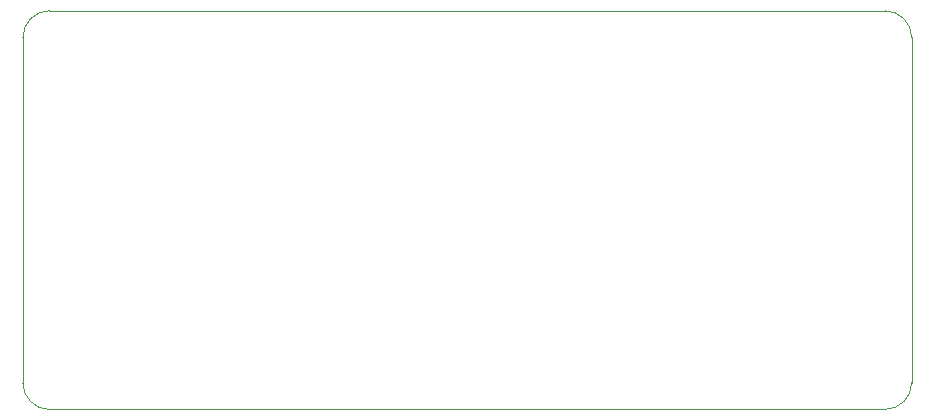
<source format=gbr>
%TF.GenerationSoftware,KiCad,Pcbnew,7.0.7-7.0.7~ubuntu22.04.1*%
%TF.CreationDate,2024-01-12T16:25:32+05:30*%
%TF.ProjectId,24-ch-relay-driver-kicad,32342d63-682d-4726-956c-61792d647269,1.1.0*%
%TF.SameCoordinates,Original*%
%TF.FileFunction,Profile,NP*%
%FSLAX46Y46*%
G04 Gerber Fmt 4.6, Leading zero omitted, Abs format (unit mm)*
G04 Created by KiCad (PCBNEW 7.0.7-7.0.7~ubuntu22.04.1) date 2024-01-12 16:25:32*
%MOMM*%
%LPD*%
G01*
G04 APERTURE LIST*
%TA.AperFunction,Profile*%
%ADD10C,0.100000*%
%TD*%
G04 APERTURE END LIST*
D10*
X187000000Y-103750000D02*
X116250000Y-103750000D01*
X116250000Y-70000000D02*
X187000000Y-70000000D01*
X189250000Y-72250000D02*
G75*
G03*
X187000000Y-70000000I-2250000J0D01*
G01*
X114000000Y-101500000D02*
X114000000Y-72250000D01*
X187000000Y-103750000D02*
G75*
G03*
X189250000Y-101500000I0J2250000D01*
G01*
X189250000Y-72250000D02*
X189250000Y-101500000D01*
X116250000Y-70000000D02*
G75*
G03*
X114000000Y-72250000I0J-2250000D01*
G01*
X114000000Y-101500000D02*
G75*
G03*
X116250000Y-103750000I2250000J0D01*
G01*
M02*

</source>
